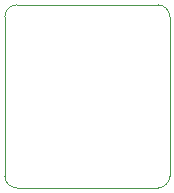
<source format=gbr>
%TF.GenerationSoftware,KiCad,Pcbnew,(5.99.0-10558-ge4ac0fb5a1)*%
%TF.CreationDate,2021-10-01T15:24:51+01:00*%
%TF.ProjectId,vsop-breakout,76736f70-2d62-4726-9561-6b6f75742e6b,rev?*%
%TF.SameCoordinates,Original*%
%TF.FileFunction,Profile,NP*%
%FSLAX46Y46*%
G04 Gerber Fmt 4.6, Leading zero omitted, Abs format (unit mm)*
G04 Created by KiCad (PCBNEW (5.99.0-10558-ge4ac0fb5a1)) date 2021-10-01 15:24:51*
%MOMM*%
%LPD*%
G01*
G04 APERTURE LIST*
%TA.AperFunction,Profile*%
%ADD10C,0.100000*%
%TD*%
G04 APERTURE END LIST*
D10*
X156845000Y-136144000D02*
X156845000Y-122682000D01*
X169799000Y-137160000D02*
X157861000Y-137160000D01*
X170815000Y-122682000D02*
X170815000Y-136144000D01*
X157861000Y-121666000D02*
X169799000Y-121666000D01*
X157861000Y-121666000D02*
G75*
G03*
X156845000Y-122682000I0J-1016000D01*
G01*
X170815000Y-122682000D02*
G75*
G03*
X169799000Y-121666000I-1016000J0D01*
G01*
X169799000Y-137160000D02*
G75*
G03*
X170815000Y-136144000I0J1016000D01*
G01*
X156845000Y-136144000D02*
G75*
G03*
X157861000Y-137160000I1016000J0D01*
G01*
M02*

</source>
